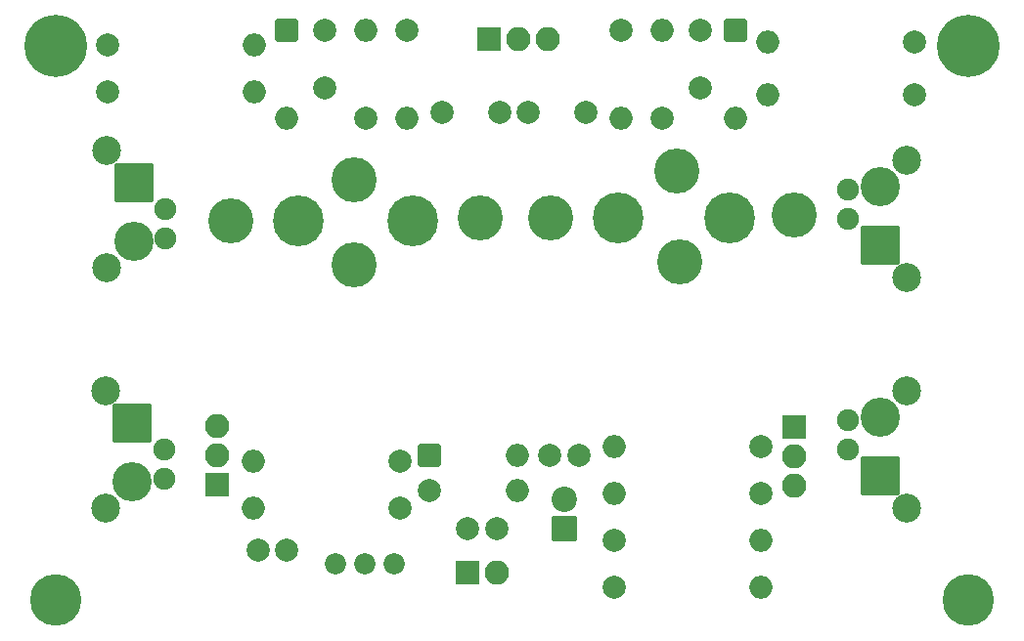
<source format=gbr>
%TF.GenerationSoftware,KiCad,Pcbnew,(6.0.11)*%
%TF.CreationDate,2023-02-05T16:51:29-06:00*%
%TF.ProjectId,MatchTester,4d617463-6854-4657-9374-65722e6b6963,rev?*%
%TF.SameCoordinates,Original*%
%TF.FileFunction,Soldermask,Bot*%
%TF.FilePolarity,Negative*%
%FSLAX46Y46*%
G04 Gerber Fmt 4.6, Leading zero omitted, Abs format (unit mm)*
G04 Created by KiCad (PCBNEW (6.0.11)) date 2023-02-05 16:51:29*
%MOMM*%
%LPD*%
G01*
G04 APERTURE LIST*
G04 Aperture macros list*
%AMRoundRect*
0 Rectangle with rounded corners*
0 $1 Rounding radius*
0 $2 $3 $4 $5 $6 $7 $8 $9 X,Y pos of 4 corners*
0 Add a 4 corners polygon primitive as box body*
4,1,4,$2,$3,$4,$5,$6,$7,$8,$9,$2,$3,0*
0 Add four circle primitives for the rounded corners*
1,1,$1+$1,$2,$3*
1,1,$1+$1,$4,$5*
1,1,$1+$1,$6,$7*
1,1,$1+$1,$8,$9*
0 Add four rect primitives between the rounded corners*
20,1,$1+$1,$2,$3,$4,$5,0*
20,1,$1+$1,$4,$5,$6,$7,0*
20,1,$1+$1,$6,$7,$8,$9,0*
20,1,$1+$1,$8,$9,$2,$3,0*%
G04 Aperture macros list end*
%ADD10RoundRect,0.200000X-0.850000X-0.850000X0.850000X-0.850000X0.850000X0.850000X-0.850000X0.850000X0*%
%ADD11O,2.100000X2.100000*%
%ADD12C,2.000000*%
%ADD13O,2.000000X2.000000*%
%ADD14C,3.900000*%
%ADD15C,4.400000*%
%ADD16C,5.400000*%
%ADD17RoundRect,0.200000X0.850000X-0.850000X0.850000X0.850000X-0.850000X0.850000X-0.850000X-0.850000X0*%
%ADD18RoundRect,0.200000X-0.800000X0.800000X-0.800000X-0.800000X0.800000X-0.800000X0.800000X0.800000X0*%
%ADD19C,1.900000*%
%ADD20C,2.500000*%
%ADD21RoundRect,0.200000X-1.500000X1.500000X-1.500000X-1.500000X1.500000X-1.500000X1.500000X1.500000X0*%
%ADD22C,3.400000*%
%ADD23RoundRect,0.200000X1.500000X-1.500000X1.500000X1.500000X-1.500000X1.500000X-1.500000X-1.500000X0*%
%ADD24C,4.464000*%
%ADD25RoundRect,0.200000X-0.800000X-0.800000X0.800000X-0.800000X0.800000X0.800000X-0.800000X0.800000X0*%
%ADD26RoundRect,0.200000X0.900000X-0.900000X0.900000X0.900000X-0.900000X0.900000X-0.900000X-0.900000X0*%
%ADD27C,2.200000*%
%ADD28RoundRect,0.200000X0.850000X0.850000X-0.850000X0.850000X-0.850000X-0.850000X0.850000X-0.850000X0*%
%ADD29C,1.840000*%
G04 APERTURE END LIST*
D10*
%TO.C,JP1*%
X106950000Y-76050000D03*
D11*
X106950000Y-78590000D03*
X106950000Y-81130000D03*
%TD*%
D12*
%TO.C,R13*%
X91390000Y-85854000D03*
D13*
X104090000Y-85854000D03*
%TD*%
D12*
%TO.C,R11*%
X104090000Y-81790000D03*
D13*
X91390000Y-81790000D03*
%TD*%
D12*
%TO.C,R9*%
X104090000Y-77726000D03*
D13*
X91390000Y-77726000D03*
%TD*%
D12*
%TO.C,R3*%
X117348000Y-42672000D03*
D13*
X104648000Y-42672000D03*
%TD*%
D12*
%TO.C,R2*%
X47498000Y-42926000D03*
D13*
X60198000Y-42926000D03*
%TD*%
D12*
%TO.C,R4*%
X117348000Y-47244000D03*
D13*
X104648000Y-47244000D03*
%TD*%
D14*
%TO.C,J7*%
X58166000Y-58166000D03*
%TD*%
D15*
%TO.C,J8*%
X64008000Y-58166000D03*
%TD*%
D14*
%TO.C,J9*%
X85852000Y-57912000D03*
%TD*%
D15*
%TO.C,J10*%
X91694000Y-57912000D03*
%TD*%
D14*
%TO.C,J11*%
X79756000Y-57912000D03*
%TD*%
D15*
%TO.C,J12*%
X73914000Y-58166000D03*
%TD*%
D14*
%TO.C,J13*%
X106934000Y-57658000D03*
%TD*%
D15*
%TO.C,J14*%
X101346000Y-57912000D03*
%TD*%
D16*
%TO.C,J21*%
X43000000Y-43000000D03*
%TD*%
%TO.C,J22*%
X122000000Y-43000000D03*
%TD*%
D14*
%TO.C,J29*%
X68834000Y-54610000D03*
%TD*%
%TO.C,J30*%
X68834000Y-61976000D03*
%TD*%
%TO.C,J31*%
X96774000Y-53848000D03*
%TD*%
D12*
%TO.C,C1*%
X66294000Y-41656000D03*
X66294000Y-46656000D03*
%TD*%
%TO.C,C2*%
X76454000Y-48768000D03*
X81454000Y-48768000D03*
%TD*%
%TO.C,C3*%
X98806000Y-41656000D03*
X98806000Y-46656000D03*
%TD*%
%TO.C,C4*%
X88900000Y-48768000D03*
X83900000Y-48768000D03*
%TD*%
D17*
%TO.C,J33*%
X80518000Y-42418000D03*
D11*
X83058000Y-42418000D03*
X85598000Y-42418000D03*
%TD*%
D12*
%TO.C,R5*%
X69850000Y-49276000D03*
D13*
X69850000Y-41656000D03*
%TD*%
D12*
%TO.C,R6*%
X73406000Y-41656000D03*
D13*
X73406000Y-49276000D03*
%TD*%
D12*
%TO.C,R7*%
X95504000Y-49276000D03*
D13*
X95504000Y-41656000D03*
%TD*%
D12*
%TO.C,R8*%
X91948000Y-41656000D03*
D13*
X91948000Y-49276000D03*
%TD*%
D18*
%TO.C,D1*%
X62992000Y-41656000D03*
D13*
X62992000Y-49276000D03*
%TD*%
D18*
%TO.C,D2*%
X101854000Y-41656000D03*
D13*
X101854000Y-49276000D03*
%TD*%
D12*
%TO.C,R1*%
X47498000Y-46990000D03*
D13*
X60198000Y-46990000D03*
%TD*%
D19*
%TO.C,J4*%
X52512000Y-57150000D03*
X52512000Y-59690000D03*
D20*
X47432000Y-62230000D03*
X47432000Y-52070000D03*
D21*
X49784000Y-54864000D03*
D22*
X49784000Y-59944000D03*
%TD*%
D19*
%TO.C,J20*%
X111620000Y-58000000D03*
X111620000Y-55460000D03*
D20*
X116700000Y-52920000D03*
X116700000Y-63080000D03*
D23*
X114348000Y-60286000D03*
D22*
X114348000Y-55206000D03*
%TD*%
D24*
%TO.C,J25*%
X122000000Y-91000000D03*
%TD*%
%TO.C,J26*%
X43000000Y-91000000D03*
%TD*%
D14*
%TO.C,J1*%
X97028000Y-61722000D03*
%TD*%
D25*
%TO.C,D4*%
X75388000Y-78488000D03*
D13*
X83008000Y-78488000D03*
%TD*%
D26*
%TO.C,D5*%
X87072000Y-84838000D03*
D27*
X87072000Y-82298000D03*
%TD*%
D19*
%TO.C,J2*%
X111620000Y-78000000D03*
X111620000Y-75460000D03*
D20*
X116700000Y-72920000D03*
X116700000Y-83080000D03*
D23*
X114348000Y-80286000D03*
D22*
X114348000Y-75206000D03*
%TD*%
D19*
%TO.C,J3*%
X52380000Y-78000000D03*
X52380000Y-80540000D03*
D20*
X47300000Y-83080000D03*
X47300000Y-72920000D03*
D21*
X49652000Y-75714000D03*
D22*
X49652000Y-80794000D03*
%TD*%
D28*
%TO.C,JP2*%
X56950000Y-81050000D03*
D11*
X56950000Y-78510000D03*
X56950000Y-75970000D03*
%TD*%
D12*
%TO.C,R10*%
X72848000Y-78996000D03*
D13*
X60148000Y-78996000D03*
%TD*%
D12*
%TO.C,R12*%
X72848000Y-83060000D03*
D13*
X60148000Y-83060000D03*
%TD*%
D12*
%TO.C,R14*%
X91390000Y-89918000D03*
D13*
X104090000Y-89918000D03*
%TD*%
D12*
%TO.C,R15*%
X75388000Y-81536000D03*
D13*
X83008000Y-81536000D03*
%TD*%
D12*
%TO.C,C5*%
X85802000Y-78488000D03*
X88302000Y-78488000D03*
%TD*%
%TO.C,C6*%
X60530000Y-86720000D03*
X63030000Y-86720000D03*
%TD*%
%TO.C,C7*%
X78690000Y-84838000D03*
X81190000Y-84838000D03*
%TD*%
D17*
%TO.C,J5*%
X78690000Y-88648000D03*
D11*
X81230000Y-88648000D03*
%TD*%
D29*
%TO.C,RV1*%
X72340000Y-87886000D03*
X69800000Y-87886000D03*
X67260000Y-87886000D03*
%TD*%
M02*

</source>
